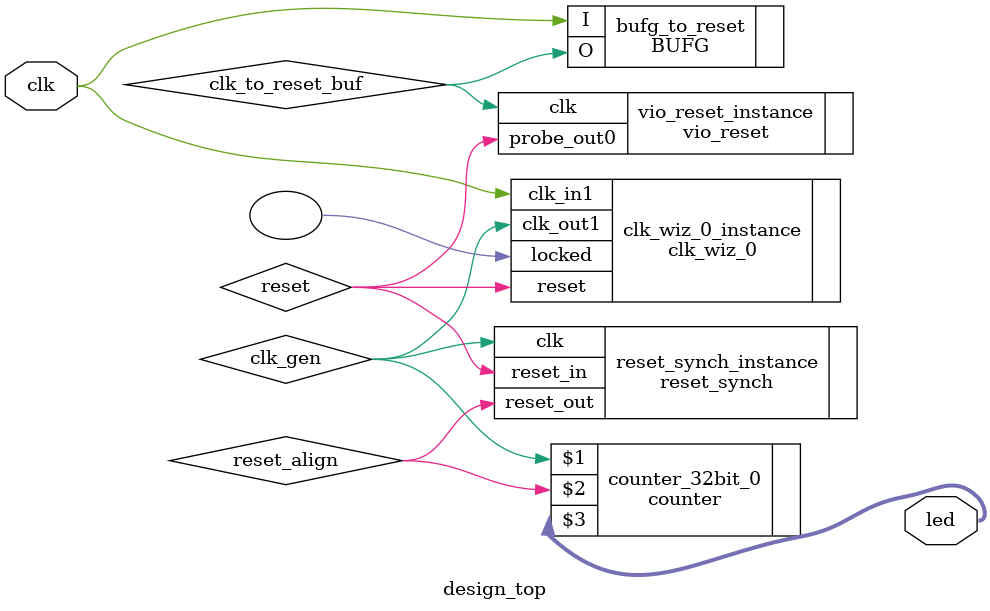
<source format=v>
`timescale 1ns / 1ps


module design_top(
    input clk,
    output [7:0] led
    );
    
    wire reset;
    wire clk_gen;
    //wire clk_to_pll_buf;
    wire clk_to_reset_buf;
    wire reset_align;
    
    counter counter_32bit_0(clk_gen, reset_align, led);
    vio_reset vio_reset_instance(.clk(clk_to_reset_buf), .probe_out0(reset));
    clk_wiz_0 clk_wiz_0_instance(
        .clk_out1(clk_gen),
        .reset(reset),
        .locked(),
        .clk_in1(clk)
    );
    
    //BUFG bufg_to_pll(.I(clk), .O(clk_to_pll_buf));
    BUFG bufg_to_reset(.I(clk), .O(clk_to_reset_buf));
    
    reset_synch reset_synch_instance(
        .clk(clk_gen),
        .reset_in(reset),
        .reset_out(reset_align)
    );
   
endmodule

</source>
